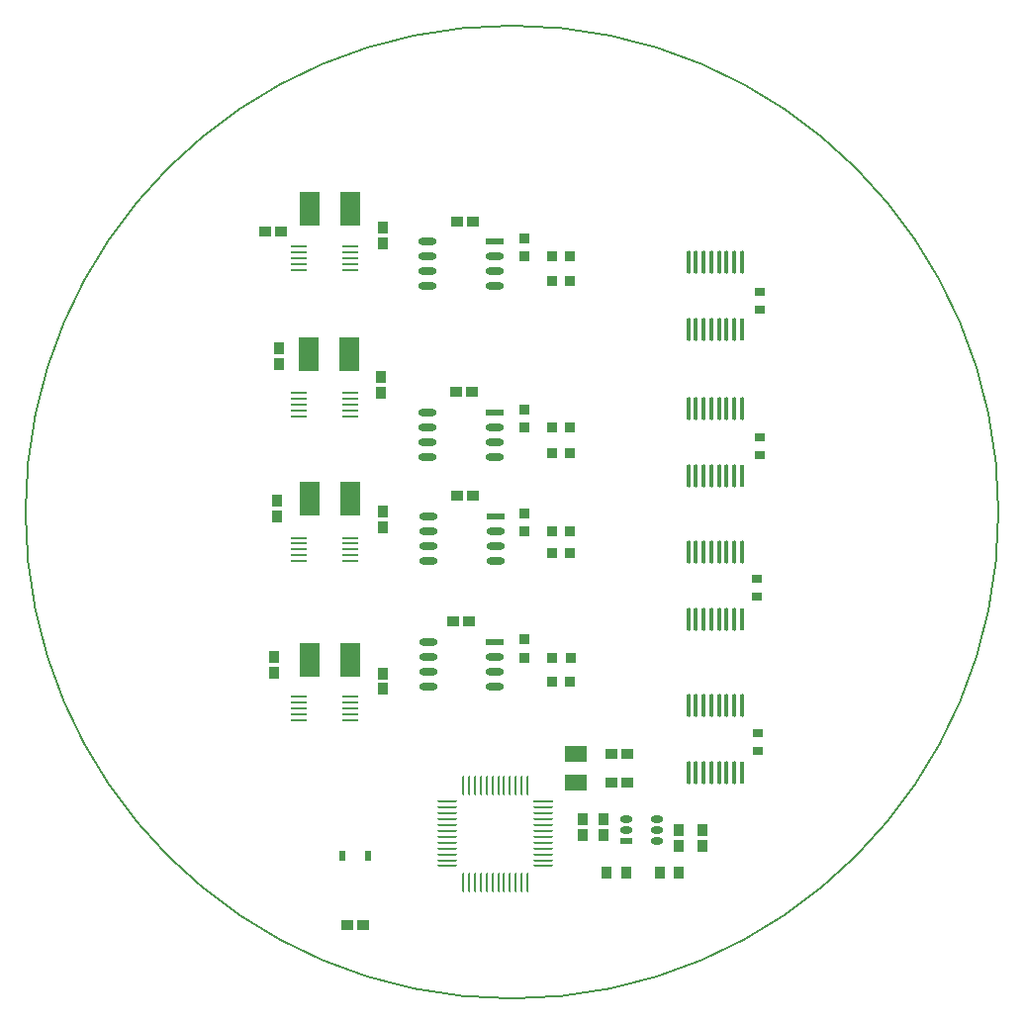
<source format=gbp>
G04*
G04 #@! TF.GenerationSoftware,Altium Limited,Altium Designer,23.3.1 (30)*
G04*
G04 Layer_Color=128*
%FSLAX25Y25*%
%MOIN*%
G70*
G04*
G04 #@! TF.SameCoordinates,7FDB2B4D-D7D5-4B3D-9FC9-9F88D19D1CF5*
G04*
G04*
G04 #@! TF.FilePolarity,Positive*
G04*
G01*
G75*
%ADD13C,0.00787*%
%ADD20R,0.03381X0.03591*%
%ADD24R,0.05512X0.00984*%
%ADD25O,0.05512X0.00984*%
%ADD31R,0.03543X0.03150*%
%ADD32R,0.07087X0.11811*%
%ADD34R,0.03591X0.04166*%
%ADD36R,0.04166X0.03591*%
%ADD37R,0.01657X0.07699*%
G04:AMPARAMS|DCode=38|XSize=76.99mil|YSize=16.57mil|CornerRadius=8.28mil|HoleSize=0mil|Usage=FLASHONLY|Rotation=90.000|XOffset=0mil|YOffset=0mil|HoleType=Round|Shape=RoundedRectangle|*
%AMROUNDEDRECTD38*
21,1,0.07699,0.00000,0,0,90.0*
21,1,0.06042,0.01657,0,0,90.0*
1,1,0.01657,0.00000,0.03021*
1,1,0.01657,0.00000,-0.03021*
1,1,0.01657,0.00000,-0.03021*
1,1,0.01657,0.00000,0.03021*
%
%ADD38ROUNDEDRECTD38*%
%ADD39R,0.04134X0.02362*%
%ADD40O,0.04134X0.02362*%
%ADD41R,0.03591X0.03381*%
%ADD42O,0.06102X0.02362*%
%ADD43R,0.06102X0.02362*%
%ADD80R,0.02461X0.03268*%
%ADD81R,0.03378X0.03900*%
G04:AMPARAMS|DCode=82|XSize=9.94mil|YSize=65.17mil|CornerRadius=4.97mil|HoleSize=0mil|Usage=FLASHONLY|Rotation=180.000|XOffset=0mil|YOffset=0mil|HoleType=Round|Shape=RoundedRectangle|*
%AMROUNDEDRECTD82*
21,1,0.00994,0.05523,0,0,180.0*
21,1,0.00000,0.06517,0,0,180.0*
1,1,0.00994,0.00000,0.02761*
1,1,0.00994,0.00000,0.02761*
1,1,0.00994,0.00000,-0.02761*
1,1,0.00994,0.00000,-0.02761*
%
%ADD82ROUNDEDRECTD82*%
G04:AMPARAMS|DCode=83|XSize=65.17mil|YSize=9.94mil|CornerRadius=4.97mil|HoleSize=0mil|Usage=FLASHONLY|Rotation=180.000|XOffset=0mil|YOffset=0mil|HoleType=Round|Shape=RoundedRectangle|*
%AMROUNDEDRECTD83*
21,1,0.06517,0.00000,0,0,180.0*
21,1,0.05523,0.00994,0,0,180.0*
1,1,0.00994,-0.02761,0.00000*
1,1,0.00994,0.02761,0.00000*
1,1,0.00994,0.02761,0.00000*
1,1,0.00994,-0.02761,0.00000*
%
%ADD83ROUNDEDRECTD83*%
%ADD84R,0.06517X0.00994*%
%ADD85R,0.07480X0.05512*%
D13*
X163878Y0D02*
G03*
X163878Y0I-163878J0D01*
G01*
D20*
X13477Y-56988D02*
D03*
X19593D02*
D03*
X19495Y86024D02*
D03*
X13379D02*
D03*
X13379Y77854D02*
D03*
X19495D02*
D03*
X13477Y28424D02*
D03*
X19593D02*
D03*
Y19882D02*
D03*
X13477D02*
D03*
X13379Y-6496D02*
D03*
X19495D02*
D03*
X13379Y-13976D02*
D03*
X19495D02*
D03*
X13576Y-49016D02*
D03*
X19692D02*
D03*
D24*
X-54626Y89434D02*
D03*
Y40200D02*
D03*
Y-8686D02*
D03*
Y-62115D02*
D03*
D25*
Y87465D02*
D03*
X-71949Y89434D02*
D03*
Y87465D02*
D03*
Y81560D02*
D03*
X-54626Y83528D02*
D03*
Y81560D02*
D03*
X-71949Y83528D02*
D03*
X-54626Y85497D02*
D03*
X-71949D02*
D03*
X-54626Y38232D02*
D03*
X-71949Y40200D02*
D03*
Y38232D02*
D03*
Y32326D02*
D03*
X-54626Y34295D02*
D03*
Y32326D02*
D03*
X-71949Y34295D02*
D03*
X-54626Y36263D02*
D03*
X-71949D02*
D03*
Y-12623D02*
D03*
X-54626D02*
D03*
X-71949Y-14591D02*
D03*
X-54626Y-16560D02*
D03*
Y-14591D02*
D03*
X-71949Y-16560D02*
D03*
Y-10654D02*
D03*
Y-8686D02*
D03*
X-54626Y-10654D02*
D03*
Y-64083D02*
D03*
X-71949Y-62115D02*
D03*
Y-64083D02*
D03*
Y-69989D02*
D03*
X-54626Y-68020D02*
D03*
Y-69989D02*
D03*
X-71949Y-68020D02*
D03*
X-54626Y-66052D02*
D03*
X-71949D02*
D03*
D31*
X83465Y68307D02*
D03*
Y74213D02*
D03*
Y19291D02*
D03*
Y25197D02*
D03*
X82579Y-28543D02*
D03*
Y-22638D02*
D03*
X82776Y-74606D02*
D03*
Y-80512D02*
D03*
D32*
X-68012Y102264D02*
D03*
X-54429D02*
D03*
X-54823Y53150D02*
D03*
X-68405D02*
D03*
X-54626Y4626D02*
D03*
X-68209D02*
D03*
X-54626Y-49803D02*
D03*
X-68209D02*
D03*
D34*
X64075Y-112508D02*
D03*
Y-107177D02*
D03*
X-43406Y90543D02*
D03*
Y95874D02*
D03*
X-78642Y49795D02*
D03*
Y55126D02*
D03*
X-43996Y45382D02*
D03*
Y40051D02*
D03*
X-79134Y3937D02*
D03*
Y-1394D02*
D03*
X-43406Y205D02*
D03*
Y-5126D02*
D03*
X-80118Y-54240D02*
D03*
Y-48910D02*
D03*
X-43406Y-59654D02*
D03*
Y-54323D02*
D03*
X31004Y-103437D02*
D03*
Y-108768D02*
D03*
X23917Y-103437D02*
D03*
Y-108768D02*
D03*
X56201Y-107177D02*
D03*
Y-112508D02*
D03*
D36*
X33358Y-91043D02*
D03*
X38689D02*
D03*
X-50189Y-139173D02*
D03*
X-55520D02*
D03*
X-83030Y94488D02*
D03*
X-77699D02*
D03*
X-18610Y97933D02*
D03*
X-13280D02*
D03*
X-18709Y40650D02*
D03*
X-13378D02*
D03*
X-13083Y5413D02*
D03*
X-18413D02*
D03*
X-19791Y-36713D02*
D03*
X-14461D02*
D03*
X38689Y-81595D02*
D03*
X33358D02*
D03*
D37*
X77362Y-36124D02*
D03*
Y61510D02*
D03*
Y12302D02*
D03*
Y-87697D02*
D03*
D38*
X74803Y-36124D02*
D03*
X72244D02*
D03*
X69685D02*
D03*
X67126D02*
D03*
X64567D02*
D03*
X62008D02*
D03*
X59449D02*
D03*
Y-13483D02*
D03*
X62008D02*
D03*
X64567D02*
D03*
X67126D02*
D03*
X69685D02*
D03*
X72244D02*
D03*
X74803D02*
D03*
X77362D02*
D03*
X74803Y61510D02*
D03*
X72244D02*
D03*
X69685D02*
D03*
X67126D02*
D03*
X64567D02*
D03*
X62008D02*
D03*
X59449D02*
D03*
Y84151D02*
D03*
X62008D02*
D03*
X64567D02*
D03*
X67126D02*
D03*
X69685D02*
D03*
X72244D02*
D03*
X74803D02*
D03*
X77362D02*
D03*
Y34942D02*
D03*
X74803D02*
D03*
X72244D02*
D03*
X69685D02*
D03*
X67126D02*
D03*
X64567D02*
D03*
X62008D02*
D03*
X59449D02*
D03*
Y12302D02*
D03*
X62008D02*
D03*
X64567D02*
D03*
X67126D02*
D03*
X69685D02*
D03*
X72244D02*
D03*
X74803D02*
D03*
X77362Y-65056D02*
D03*
X74803D02*
D03*
X72244D02*
D03*
X69685D02*
D03*
X67126D02*
D03*
X64567D02*
D03*
X62008D02*
D03*
X59449D02*
D03*
Y-87697D02*
D03*
X62008D02*
D03*
X64567D02*
D03*
X67126D02*
D03*
X69685D02*
D03*
X72244D02*
D03*
X74803D02*
D03*
D39*
X38386Y-110917D02*
D03*
D40*
X48819Y-103437D02*
D03*
Y-110917D02*
D03*
Y-107177D02*
D03*
X38386Y-103437D02*
D03*
Y-107177D02*
D03*
D41*
X4035Y92218D02*
D03*
Y86102D02*
D03*
Y28386D02*
D03*
Y34502D02*
D03*
Y-6496D02*
D03*
Y-380D02*
D03*
X4036Y-49016D02*
D03*
Y-42900D02*
D03*
D42*
X-5610Y-6358D02*
D03*
Y-11358D02*
D03*
X-28051D02*
D03*
X-5610Y-16358D02*
D03*
X-28051D02*
D03*
Y-1358D02*
D03*
Y-6358D02*
D03*
X-5906Y86102D02*
D03*
Y81102D02*
D03*
X-28346D02*
D03*
X-5906Y76102D02*
D03*
X-28346D02*
D03*
Y91102D02*
D03*
Y86102D02*
D03*
X-28346Y28386D02*
D03*
Y33386D02*
D03*
Y18386D02*
D03*
X-5906D02*
D03*
X-28346Y23386D02*
D03*
X-5906D02*
D03*
Y28386D02*
D03*
X-5709Y-48976D02*
D03*
Y-53976D02*
D03*
X-28150D02*
D03*
X-5709Y-58976D02*
D03*
X-28150D02*
D03*
Y-43976D02*
D03*
Y-48976D02*
D03*
D43*
X-5610Y-1358D02*
D03*
X-5906Y91102D02*
D03*
X-5906Y33386D02*
D03*
X-5709Y-43976D02*
D03*
D80*
X-48474Y-115945D02*
D03*
X-57234D02*
D03*
D81*
X38386Y-121457D02*
D03*
X31908D02*
D03*
X56201Y-121457D02*
D03*
X49723D02*
D03*
D82*
X5217Y-92222D02*
D03*
X3248D02*
D03*
X1280D02*
D03*
X-689D02*
D03*
X-2657D02*
D03*
X-4626D02*
D03*
X-6594D02*
D03*
X-8563D02*
D03*
X-10531D02*
D03*
X-12500D02*
D03*
X-14469D02*
D03*
X-16437D02*
D03*
Y-124707D02*
D03*
X-14469D02*
D03*
X-12500D02*
D03*
X-10531D02*
D03*
X-8563D02*
D03*
X-6594D02*
D03*
X-4626D02*
D03*
X-2657D02*
D03*
X-689D02*
D03*
X1280D02*
D03*
X3248D02*
D03*
X5217D02*
D03*
D83*
X-21852Y-97638D02*
D03*
Y-99606D02*
D03*
Y-101575D02*
D03*
Y-103543D02*
D03*
Y-105512D02*
D03*
Y-107480D02*
D03*
Y-109449D02*
D03*
Y-111417D02*
D03*
Y-113386D02*
D03*
Y-115354D02*
D03*
Y-117323D02*
D03*
Y-119291D02*
D03*
X10632D02*
D03*
Y-117323D02*
D03*
Y-115354D02*
D03*
Y-113386D02*
D03*
Y-111417D02*
D03*
Y-109449D02*
D03*
Y-107480D02*
D03*
Y-105512D02*
D03*
Y-103543D02*
D03*
Y-101575D02*
D03*
Y-99606D02*
D03*
D84*
Y-97638D02*
D03*
D85*
X21457Y-91043D02*
D03*
Y-81595D02*
D03*
M02*

</source>
